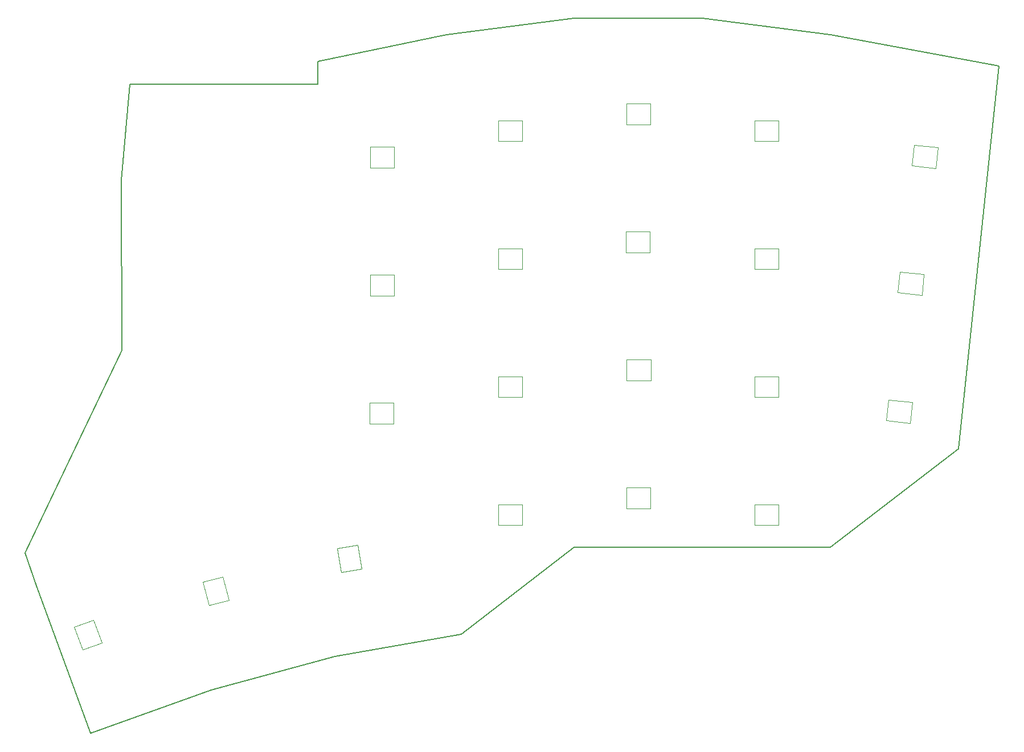
<source format=gbr>
%TF.GenerationSoftware,KiCad,Pcbnew,(5.1.10)-1*%
%TF.CreationDate,2021-10-28T21:04:49+02:00*%
%TF.ProjectId,yaohkib - right,79616f68-6b69-4622-902d-207269676874,rev?*%
%TF.SameCoordinates,Original*%
%TF.FileFunction,Profile,NP*%
%FSLAX46Y46*%
G04 Gerber Fmt 4.6, Leading zero omitted, Abs format (unit mm)*
G04 Created by KiCad (PCBNEW (5.1.10)-1) date 2021-10-28 21:04:49*
%MOMM*%
%LPD*%
G01*
G04 APERTURE LIST*
%TA.AperFunction,Profile*%
%ADD10C,0.200000*%
%TD*%
%TA.AperFunction,Profile*%
%ADD11C,0.120000*%
%TD*%
G04 APERTURE END LIST*
D10*
X101705000Y-144464000D02*
X83805000Y-150964000D01*
X101705000Y-144464000D02*
X120135000Y-139524000D01*
X193760000Y-123214500D02*
X155675000Y-123224000D01*
X75746000Y-129016500D02*
X74035000Y-124134000D01*
X83805000Y-150964000D02*
X75746000Y-129016500D01*
X193775000Y-47000000D02*
X174710000Y-44538000D01*
X218835000Y-51664000D02*
X193775000Y-47000000D01*
X136650000Y-46974500D02*
X117560000Y-50951500D01*
X155660000Y-44538000D02*
X136650000Y-46974500D01*
X117560000Y-54317000D02*
X90191500Y-54317000D01*
X138885000Y-136204000D02*
X120135000Y-139524000D01*
X218835000Y-51664000D02*
X212810000Y-108609500D01*
X90191500Y-54317000D02*
X89620000Y-54317000D01*
X117560000Y-50951500D02*
X117560000Y-54317000D01*
X174710000Y-44538000D02*
X155660000Y-44538000D01*
X212810000Y-108609500D02*
X193760000Y-123214500D01*
X88350000Y-68604500D02*
X88413500Y-93941000D01*
X155675000Y-123224000D02*
X138885000Y-136204000D01*
X89620000Y-54317000D02*
X88350000Y-68604500D01*
X74035000Y-124134000D02*
X88413500Y-93941000D01*
D11*
%TO.C,LED53*%
X101375589Y-131916959D02*
X100443841Y-128439626D01*
X104369959Y-131114620D02*
X101375589Y-131916959D01*
X103438211Y-127637287D02*
X104369959Y-131114620D01*
X100443841Y-128439626D02*
X103438211Y-127637287D01*
%TO.C,LED50*%
X167017500Y-117496500D02*
X163417500Y-117496500D01*
X167017500Y-114396500D02*
X167017500Y-117496500D01*
X163417500Y-114396500D02*
X167017500Y-114396500D01*
X163417500Y-117496500D02*
X163417500Y-114396500D01*
%TO.C,LED47*%
X186067500Y-100923000D02*
X182467500Y-100923000D01*
X186067500Y-97823000D02*
X186067500Y-100923000D01*
X182467500Y-97823000D02*
X186067500Y-97823000D01*
X182467500Y-100923000D02*
X182467500Y-97823000D01*
%TO.C,LED45*%
X147967500Y-100923000D02*
X144367500Y-100923000D01*
X147967500Y-97823000D02*
X147967500Y-100923000D01*
X144367500Y-97823000D02*
X147967500Y-97823000D01*
X144367500Y-100923000D02*
X144367500Y-97823000D01*
%TO.C,LED46*%
X167081000Y-98446500D02*
X163481000Y-98446500D01*
X167081000Y-95346500D02*
X167081000Y-98446500D01*
X163481000Y-95346500D02*
X167081000Y-95346500D01*
X163481000Y-98446500D02*
X163481000Y-95346500D01*
%TO.C,LED52*%
X121056282Y-126966584D02*
X120431148Y-123421276D01*
X124109186Y-126428274D02*
X121056282Y-126966584D01*
X123484052Y-122882966D02*
X124109186Y-126428274D01*
X120431148Y-123421276D02*
X123484052Y-122882966D01*
%TO.C,LED44*%
X128854000Y-104860000D02*
X125254000Y-104860000D01*
X128854000Y-101760000D02*
X128854000Y-104860000D01*
X125254000Y-101760000D02*
X128854000Y-101760000D01*
X125254000Y-104860000D02*
X125254000Y-101760000D01*
%TO.C,LED1*%
X82553884Y-138506647D02*
X81322611Y-135123754D01*
X85466931Y-137446384D02*
X82553884Y-138506647D01*
X84235658Y-134063491D02*
X85466931Y-137446384D01*
X81322611Y-135123754D02*
X84235658Y-134063491D01*
%TO.C,LED43*%
X128917500Y-85810000D02*
X125317500Y-85810000D01*
X128917500Y-82710000D02*
X128917500Y-85810000D01*
X125317500Y-82710000D02*
X128917500Y-82710000D01*
X125317500Y-85810000D02*
X125317500Y-82710000D01*
%TO.C,LED49*%
X186067500Y-119973000D02*
X182467500Y-119973000D01*
X186067500Y-116873000D02*
X186067500Y-119973000D01*
X182467500Y-116873000D02*
X186067500Y-116873000D01*
X182467500Y-119973000D02*
X182467500Y-116873000D01*
%TO.C,LED48*%
X205615015Y-104772372D02*
X202034736Y-104396070D01*
X205939054Y-101689354D02*
X205615015Y-104772372D01*
X202358775Y-101313052D02*
X205939054Y-101689354D01*
X202034736Y-104396070D02*
X202358775Y-101313052D01*
%TO.C,LED51*%
X147967500Y-119973000D02*
X144367500Y-119973000D01*
X147967500Y-116873000D02*
X147967500Y-119973000D01*
X144367500Y-116873000D02*
X147967500Y-116873000D01*
X144367500Y-119973000D02*
X144367500Y-116873000D01*
%TO.C,LED34*%
X128917500Y-66760000D02*
X125317500Y-66760000D01*
X128917500Y-63660000D02*
X128917500Y-66760000D01*
X125317500Y-63660000D02*
X128917500Y-63660000D01*
X125317500Y-66760000D02*
X125317500Y-63660000D01*
%TO.C,LED35*%
X147967500Y-62823000D02*
X144367500Y-62823000D01*
X147967500Y-59723000D02*
X147967500Y-62823000D01*
X144367500Y-59723000D02*
X147967500Y-59723000D01*
X144367500Y-62823000D02*
X144367500Y-59723000D01*
%TO.C,LED39*%
X207353120Y-85723660D02*
X203772841Y-85347358D01*
X207677159Y-82640642D02*
X207353120Y-85723660D01*
X204096880Y-82264340D02*
X207677159Y-82640642D01*
X203772841Y-85347358D02*
X204096880Y-82264340D01*
%TO.C,LED42*%
X147967500Y-81873000D02*
X144367500Y-81873000D01*
X147967500Y-78773000D02*
X147967500Y-81873000D01*
X144367500Y-78773000D02*
X147967500Y-78773000D01*
X144367500Y-81873000D02*
X144367500Y-78773000D01*
%TO.C,LED36*%
X167017500Y-60346500D02*
X163417500Y-60346500D01*
X167017500Y-57246500D02*
X167017500Y-60346500D01*
X163417500Y-57246500D02*
X167017500Y-57246500D01*
X163417500Y-60346500D02*
X163417500Y-57246500D01*
%TO.C,LED38*%
X209425015Y-66822372D02*
X205844736Y-66446070D01*
X209749054Y-63739354D02*
X209425015Y-66822372D01*
X206168775Y-63363052D02*
X209749054Y-63739354D01*
X205844736Y-66446070D02*
X206168775Y-63363052D01*
%TO.C,LED40*%
X186067500Y-81873000D02*
X182467500Y-81873000D01*
X186067500Y-78773000D02*
X186067500Y-81873000D01*
X182467500Y-78773000D02*
X186067500Y-78773000D01*
X182467500Y-81873000D02*
X182467500Y-78773000D01*
%TO.C,LED37*%
X186067500Y-62823000D02*
X182467500Y-62823000D01*
X186067500Y-59723000D02*
X186067500Y-62823000D01*
X182467500Y-59723000D02*
X186067500Y-59723000D01*
X182467500Y-62823000D02*
X182467500Y-59723000D01*
%TO.C,LED41*%
X166954000Y-79396500D02*
X163354000Y-79396500D01*
X166954000Y-76296500D02*
X166954000Y-79396500D01*
X163354000Y-76296500D02*
X166954000Y-76296500D01*
X163354000Y-79396500D02*
X163354000Y-76296500D01*
%TD*%
M02*

</source>
